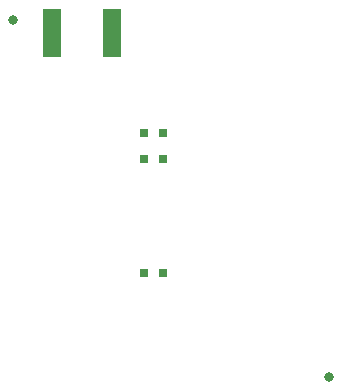
<source format=gbr>
%TF.GenerationSoftware,Altium Limited,Altium Designer,18.1.6 (161)*%
G04 Layer_Color=8421504*
%FSLAX26Y26*%
%MOIN*%
%TF.FileFunction,Paste,Top*%
%TF.Part,Single*%
G01*
G75*
%TA.AperFunction,SMDPad,CuDef*%
%ADD12R,0.031496X0.031496*%
%ADD13R,0.060000X0.160000*%
%TA.AperFunction,FiducialPad,Global*%
%ADD14C,0.031496*%
D12*
X540242Y757675D02*
D03*
X477250D02*
D03*
X540242Y375000D02*
D03*
X477250D02*
D03*
X540242Y843675D02*
D03*
X477250D02*
D03*
D13*
X369000Y1175000D02*
D03*
X169000D02*
D03*
D14*
X1092824Y30000D02*
D03*
X40000Y1220000D02*
D03*
%TF.MD5,c9a3b3ca580755b5400905388330150f*%
M02*

</source>
